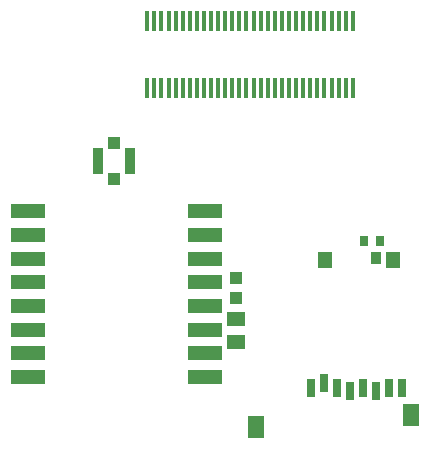
<source format=gbp>
G75*
%MOIN*%
%OFA0B0*%
%FSLAX25Y25*%
%IPPOS*%
%LPD*%
%AMOC8*
5,1,8,0,0,1.08239X$1,22.5*
%
%ADD10R,0.03346X0.08661*%
%ADD11R,0.03937X0.04134*%
%ADD12R,0.01378X0.06693*%
%ADD13R,0.02756X0.03543*%
%ADD14R,0.11811X0.04724*%
%ADD15R,0.05906X0.05118*%
%ADD16R,0.03937X0.04331*%
%ADD17R,0.03150X0.05906*%
%ADD18R,0.05512X0.07480*%
%ADD19R,0.05118X0.05512*%
%ADD20R,0.03740X0.03937*%
D10*
X0034232Y0109850D03*
X0045059Y0109850D03*
D11*
X0039646Y0115854D03*
X0039646Y0103846D03*
D12*
X0050669Y0134063D03*
X0053031Y0134063D03*
X0055394Y0134063D03*
X0057756Y0134063D03*
X0060118Y0134063D03*
X0062480Y0134063D03*
X0064843Y0134063D03*
X0067205Y0134063D03*
X0069567Y0134063D03*
X0071929Y0134063D03*
X0074291Y0134063D03*
X0076654Y0134063D03*
X0079016Y0134063D03*
X0081378Y0134063D03*
X0083740Y0134063D03*
X0086102Y0134063D03*
X0088465Y0134063D03*
X0090827Y0134063D03*
X0093189Y0134063D03*
X0095551Y0134063D03*
X0097913Y0134063D03*
X0100276Y0134063D03*
X0102638Y0134063D03*
X0105000Y0134063D03*
X0107362Y0134063D03*
X0109724Y0134063D03*
X0112087Y0134063D03*
X0114449Y0134063D03*
X0116811Y0134063D03*
X0119173Y0134063D03*
X0119173Y0156504D03*
X0116811Y0156504D03*
X0114449Y0156504D03*
X0112087Y0156504D03*
X0109724Y0156504D03*
X0107362Y0156504D03*
X0105000Y0156504D03*
X0102638Y0156504D03*
X0100276Y0156504D03*
X0097913Y0156504D03*
X0095551Y0156504D03*
X0093189Y0156504D03*
X0090827Y0156504D03*
X0088465Y0156504D03*
X0086102Y0156504D03*
X0083740Y0156504D03*
X0081378Y0156504D03*
X0079016Y0156504D03*
X0076654Y0156504D03*
X0074291Y0156504D03*
X0071929Y0156504D03*
X0069567Y0156504D03*
X0067205Y0156504D03*
X0064843Y0156504D03*
X0062480Y0156504D03*
X0060118Y0156504D03*
X0057756Y0156504D03*
X0055394Y0156504D03*
X0053031Y0156504D03*
X0050669Y0156504D03*
D13*
X0123031Y0083079D03*
X0128150Y0083079D03*
D14*
X0010906Y0037803D03*
X0010906Y0045677D03*
X0010906Y0053551D03*
X0010906Y0061425D03*
X0010906Y0069299D03*
X0010906Y0077173D03*
X0010906Y0085047D03*
X0010906Y0092921D03*
X0069961Y0092921D03*
X0069961Y0085047D03*
X0069961Y0077173D03*
X0069961Y0069299D03*
X0069961Y0061425D03*
X0069961Y0053551D03*
X0069961Y0045677D03*
X0069961Y0037803D03*
D15*
X0080197Y0049417D03*
X0080197Y0056898D03*
D16*
X0080197Y0063984D03*
X0080197Y0070677D03*
D17*
X0109646Y0035559D03*
X0105315Y0033984D03*
X0113976Y0033984D03*
X0118307Y0033197D03*
X0122638Y0033984D03*
X0126969Y0033197D03*
X0131299Y0033984D03*
X0135630Y0033984D03*
D18*
X0138740Y0024969D03*
X0086969Y0021031D03*
D19*
X0110000Y0076740D03*
X0132441Y0076740D03*
D20*
X0126969Y0077528D03*
M02*

</source>
